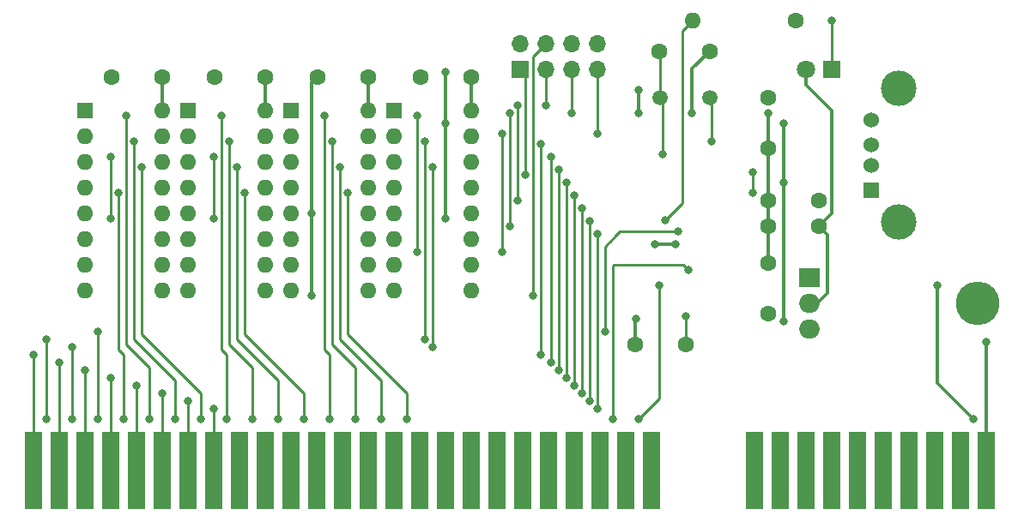
<source format=gbr>
G04 #@! TF.GenerationSoftware,KiCad,Pcbnew,(5.1.8)-1*
G04 #@! TF.CreationDate,2023-04-05T17:01:07-06:00*
G04 #@! TF.ProjectId,CH376S Module,43483337-3653-4204-9d6f-64756c652e6b,rev?*
G04 #@! TF.SameCoordinates,Original*
G04 #@! TF.FileFunction,Copper,L2,Bot*
G04 #@! TF.FilePolarity,Positive*
%FSLAX46Y46*%
G04 Gerber Fmt 4.6, Leading zero omitted, Abs format (unit mm)*
G04 Created by KiCad (PCBNEW (5.1.8)-1) date 2023-04-05 17:01:07*
%MOMM*%
%LPD*%
G01*
G04 APERTURE LIST*
G04 #@! TA.AperFunction,ComponentPad*
%ADD10O,1.600000X1.600000*%
G04 #@! TD*
G04 #@! TA.AperFunction,ComponentPad*
%ADD11R,1.600000X1.600000*%
G04 #@! TD*
G04 #@! TA.AperFunction,ComponentPad*
%ADD12O,1.700000X1.700000*%
G04 #@! TD*
G04 #@! TA.AperFunction,ComponentPad*
%ADD13R,1.700000X1.700000*%
G04 #@! TD*
G04 #@! TA.AperFunction,ComponentPad*
%ADD14C,1.600000*%
G04 #@! TD*
G04 #@! TA.AperFunction,ConnectorPad*
%ADD15R,1.780000X7.620000*%
G04 #@! TD*
G04 #@! TA.AperFunction,ComponentPad*
%ADD16O,2.000000X1.905000*%
G04 #@! TD*
G04 #@! TA.AperFunction,ComponentPad*
%ADD17R,2.000000X1.905000*%
G04 #@! TD*
G04 #@! TA.AperFunction,ComponentPad*
%ADD18O,4.318000X4.318000*%
G04 #@! TD*
G04 #@! TA.AperFunction,ComponentPad*
%ADD19C,1.524000*%
G04 #@! TD*
G04 #@! TA.AperFunction,ComponentPad*
%ADD20R,1.524000X1.524000*%
G04 #@! TD*
G04 #@! TA.AperFunction,ComponentPad*
%ADD21C,3.500000*%
G04 #@! TD*
G04 #@! TA.AperFunction,ComponentPad*
%ADD22C,1.500000*%
G04 #@! TD*
G04 #@! TA.AperFunction,ComponentPad*
%ADD23C,1.800000*%
G04 #@! TD*
G04 #@! TA.AperFunction,ComponentPad*
%ADD24R,1.800000X1.800000*%
G04 #@! TD*
G04 #@! TA.AperFunction,ViaPad*
%ADD25C,0.800000*%
G04 #@! TD*
G04 #@! TA.AperFunction,Conductor*
%ADD26C,0.330200*%
G04 #@! TD*
G04 #@! TA.AperFunction,Conductor*
%ADD27C,0.250000*%
G04 #@! TD*
G04 APERTURE END LIST*
D10*
G04 #@! TO.P,U3,16*
G04 #@! TO.N,/5+*
X149860000Y-109220000D03*
G04 #@! TO.P,U3,8*
G04 #@! TO.N,/GND*
X142240000Y-127000000D03*
G04 #@! TO.P,U3,15*
G04 #@! TO.N,N/C*
X149860000Y-111760000D03*
G04 #@! TO.P,U3,7*
G04 #@! TO.N,/E3*
X142240000Y-124460000D03*
G04 #@! TO.P,U3,14*
G04 #@! TO.N,N/C*
X149860000Y-114300000D03*
G04 #@! TO.P,U3,6*
G04 #@! TO.N,/E2*
X142240000Y-121920000D03*
G04 #@! TO.P,U3,13*
G04 #@! TO.N,N/C*
X149860000Y-116840000D03*
G04 #@! TO.P,U3,5*
G04 #@! TO.N,/E1*
X142240000Y-119380000D03*
G04 #@! TO.P,U3,12*
G04 #@! TO.N,N/C*
X149860000Y-119380000D03*
G04 #@! TO.P,U3,4*
G04 #@! TO.N,/E0*
X142240000Y-116840000D03*
G04 #@! TO.P,U3,11*
G04 #@! TO.N,N/C*
X149860000Y-121920000D03*
G04 #@! TO.P,U3,3*
G04 #@! TO.N,/A1*
X142240000Y-114300000D03*
G04 #@! TO.P,U3,10*
G04 #@! TO.N,N/C*
X149860000Y-124460000D03*
G04 #@! TO.P,U3,2*
G04 #@! TO.N,/A0*
X142240000Y-111760000D03*
G04 #@! TO.P,U3,9*
G04 #@! TO.N,N/C*
X149860000Y-127000000D03*
D11*
G04 #@! TO.P,U3,1*
G04 #@! TO.N,/IO_00EX*
X142240000Y-109220000D03*
G04 #@! TD*
D12*
G04 #@! TO.P,J3,8*
G04 #@! TO.N,/CH376CS*
X162306000Y-102616000D03*
G04 #@! TO.P,J3,7*
G04 #@! TO.N,/E3*
X162306000Y-105156000D03*
G04 #@! TO.P,J3,6*
G04 #@! TO.N,/CH376CS*
X159766000Y-102616000D03*
G04 #@! TO.P,J3,5*
G04 #@! TO.N,/E2*
X159766000Y-105156000D03*
G04 #@! TO.P,J3,4*
G04 #@! TO.N,/CH376CS*
X157226000Y-102616000D03*
G04 #@! TO.P,J3,3*
G04 #@! TO.N,/E1*
X157226000Y-105156000D03*
G04 #@! TO.P,J3,2*
G04 #@! TO.N,/CH376CS*
X154686000Y-102616000D03*
D13*
G04 #@! TO.P,J3,1*
G04 #@! TO.N,/E0*
X154686000Y-105156000D03*
G04 #@! TD*
D14*
G04 #@! TO.P,C3,2*
G04 #@! TO.N,/5+*
X149860000Y-105918000D03*
G04 #@! TO.P,C3,1*
G04 #@! TO.N,/GND*
X144860000Y-105918000D03*
G04 #@! TD*
D10*
G04 #@! TO.P,U15,16*
G04 #@! TO.N,/5+*
X119380000Y-109220000D03*
G04 #@! TO.P,U15,8*
G04 #@! TO.N,/GND*
X111760000Y-127000000D03*
G04 #@! TO.P,U15,15*
G04 #@! TO.N,Net-(U15-Pad15)*
X119380000Y-111760000D03*
G04 #@! TO.P,U15,7*
G04 #@! TO.N,/IO_00EX*
X111760000Y-124460000D03*
G04 #@! TO.P,U15,14*
G04 #@! TO.N,Net-(U15-Pad14)*
X119380000Y-114300000D03*
G04 #@! TO.P,U15,6*
G04 #@! TO.N,/5+*
X111760000Y-121920000D03*
G04 #@! TO.P,U15,13*
G04 #@! TO.N,Net-(U15-Pad13)*
X119380000Y-116840000D03*
G04 #@! TO.P,U15,5*
G04 #@! TO.N,/IO_00XX*
X111760000Y-119380000D03*
G04 #@! TO.P,U15,12*
G04 #@! TO.N,Net-(U15-Pad12)*
X119380000Y-119380000D03*
G04 #@! TO.P,U15,4*
G04 #@! TO.N,/A4*
X111760000Y-116840000D03*
G04 #@! TO.P,U15,11*
G04 #@! TO.N,Net-(U15-Pad11)*
X119380000Y-121920000D03*
G04 #@! TO.P,U15,3*
G04 #@! TO.N,/A7*
X111760000Y-114300000D03*
G04 #@! TO.P,U15,10*
G04 #@! TO.N,Net-(U15-Pad10)*
X119380000Y-124460000D03*
G04 #@! TO.P,U15,2*
G04 #@! TO.N,/A6*
X111760000Y-111760000D03*
G04 #@! TO.P,U15,9*
G04 #@! TO.N,Net-(U15-Pad9)*
X119380000Y-127000000D03*
D11*
G04 #@! TO.P,U15,1*
G04 #@! TO.N,/A5*
X111760000Y-109220000D03*
G04 #@! TD*
D10*
G04 #@! TO.P,U14,16*
G04 #@! TO.N,/5+*
X129540000Y-109220000D03*
G04 #@! TO.P,U14,8*
G04 #@! TO.N,/GND*
X121920000Y-127000000D03*
G04 #@! TO.P,U14,15*
G04 #@! TO.N,/IO_00XX*
X129540000Y-111760000D03*
G04 #@! TO.P,U14,7*
G04 #@! TO.N,Net-(U14-Pad7)*
X121920000Y-124460000D03*
G04 #@! TO.P,U14,14*
G04 #@! TO.N,Net-(U14-Pad14)*
X129540000Y-114300000D03*
G04 #@! TO.P,U14,6*
G04 #@! TO.N,/5+*
X121920000Y-121920000D03*
G04 #@! TO.P,U14,13*
G04 #@! TO.N,/IO_02XX*
X129540000Y-116840000D03*
G04 #@! TO.P,U14,5*
G04 #@! TO.N,/IO_0XXX*
X121920000Y-119380000D03*
G04 #@! TO.P,U14,12*
G04 #@! TO.N,/IO_03XX*
X129540000Y-119380000D03*
G04 #@! TO.P,U14,4*
G04 #@! TO.N,/A11*
X121920000Y-116840000D03*
G04 #@! TO.P,U14,11*
G04 #@! TO.N,/IO_04XX*
X129540000Y-121920000D03*
G04 #@! TO.P,U14,3*
G04 #@! TO.N,/A10*
X121920000Y-114300000D03*
G04 #@! TO.P,U14,10*
G04 #@! TO.N,Net-(U14-Pad10)*
X129540000Y-124460000D03*
G04 #@! TO.P,U14,2*
G04 #@! TO.N,/A9*
X121920000Y-111760000D03*
G04 #@! TO.P,U14,9*
G04 #@! TO.N,Net-(U14-Pad9)*
X129540000Y-127000000D03*
D11*
G04 #@! TO.P,U14,1*
G04 #@! TO.N,/A8*
X121920000Y-109220000D03*
G04 #@! TD*
D10*
G04 #@! TO.P,U13,16*
G04 #@! TO.N,/5+*
X139700000Y-109220000D03*
G04 #@! TO.P,U13,8*
G04 #@! TO.N,/GND*
X132080000Y-127000000D03*
G04 #@! TO.P,U13,15*
G04 #@! TO.N,/IO_0XXX*
X139700000Y-111760000D03*
G04 #@! TO.P,U13,7*
G04 #@! TO.N,Net-(U13-Pad7)*
X132080000Y-124460000D03*
G04 #@! TO.P,U13,14*
G04 #@! TO.N,Net-(U13-Pad14)*
X139700000Y-114300000D03*
G04 #@! TO.P,U13,6*
G04 #@! TO.N,/5+*
X132080000Y-121920000D03*
G04 #@! TO.P,U13,13*
G04 #@! TO.N,Net-(U13-Pad13)*
X139700000Y-116840000D03*
G04 #@! TO.P,U13,5*
G04 #@! TO.N,/GND*
X132080000Y-119380000D03*
G04 #@! TO.P,U13,12*
G04 #@! TO.N,Net-(U13-Pad12)*
X139700000Y-119380000D03*
G04 #@! TO.P,U13,4*
G04 #@! TO.N,/A15*
X132080000Y-116840000D03*
G04 #@! TO.P,U13,11*
G04 #@! TO.N,Net-(U13-Pad11)*
X139700000Y-121920000D03*
G04 #@! TO.P,U13,3*
G04 #@! TO.N,/A14*
X132080000Y-114300000D03*
G04 #@! TO.P,U13,10*
G04 #@! TO.N,Net-(U13-Pad10)*
X139700000Y-124460000D03*
G04 #@! TO.P,U13,2*
G04 #@! TO.N,/A13*
X132080000Y-111760000D03*
G04 #@! TO.P,U13,9*
G04 #@! TO.N,Net-(U13-Pad9)*
X139700000Y-127000000D03*
D11*
G04 #@! TO.P,U13,1*
G04 #@! TO.N,/A12*
X132080000Y-109220000D03*
G04 #@! TD*
D15*
G04 #@! TO.P,J2,10*
G04 #@! TO.N,/EBD0*
X177800000Y-144780000D03*
G04 #@! TO.P,J2,9*
G04 #@! TO.N,/EBD1*
X180340000Y-144780000D03*
G04 #@! TO.P,J2,8*
G04 #@! TO.N,/EBD2*
X182880000Y-144780000D03*
G04 #@! TO.P,J2,7*
G04 #@! TO.N,/EBD3*
X185420000Y-144780000D03*
G04 #@! TO.P,J2,6*
G04 #@! TO.N,/EBD4*
X187960000Y-144780000D03*
G04 #@! TO.P,J2,5*
G04 #@! TO.N,/EBD5*
X190500000Y-144780000D03*
G04 #@! TO.P,J2,4*
G04 #@! TO.N,/EBD6*
X193040000Y-144780000D03*
G04 #@! TO.P,J2,3*
G04 #@! TO.N,/EBD7*
X195580000Y-144780000D03*
G04 #@! TO.P,J2,2*
G04 #@! TO.N,/EIOR*
X198120000Y-144780000D03*
G04 #@! TO.P,J2,1*
G04 #@! TO.N,/5+*
X200660000Y-144780000D03*
G04 #@! TD*
D14*
G04 #@! TO.P,C16,2*
G04 #@! TO.N,/5+*
X119380000Y-105918000D03*
G04 #@! TO.P,C16,1*
G04 #@! TO.N,/GND*
X114380000Y-105918000D03*
G04 #@! TD*
G04 #@! TO.P,C15,2*
G04 #@! TO.N,/5+*
X139700000Y-105918000D03*
G04 #@! TO.P,C15,1*
G04 #@! TO.N,/GND*
X134700000Y-105918000D03*
G04 #@! TD*
G04 #@! TO.P,C14,2*
G04 #@! TO.N,/5+*
X129540000Y-105918000D03*
G04 #@! TO.P,C14,1*
G04 #@! TO.N,/GND*
X124540000Y-105918000D03*
G04 #@! TD*
D15*
G04 #@! TO.P,J1,25*
G04 #@! TO.N,/D0*
X106680000Y-144780000D03*
G04 #@! TO.P,J1,24*
G04 #@! TO.N,/D1*
X109220000Y-144780000D03*
G04 #@! TO.P,J1,23*
G04 #@! TO.N,/D2*
X111760000Y-144780000D03*
G04 #@! TO.P,J1,22*
G04 #@! TO.N,/D3*
X114300000Y-144780000D03*
G04 #@! TO.P,J1,21*
G04 #@! TO.N,/D4*
X116840000Y-144780000D03*
G04 #@! TO.P,J1,20*
G04 #@! TO.N,/D5*
X119380000Y-144780000D03*
G04 #@! TO.P,J1,19*
G04 #@! TO.N,/D6*
X121920000Y-144780000D03*
G04 #@! TO.P,J1,18*
G04 #@! TO.N,/D7*
X124460000Y-144780000D03*
G04 #@! TO.P,J1,17*
G04 #@! TO.N,Net-(J1-Pad17)*
X127000000Y-144780000D03*
G04 #@! TO.P,J1,16*
G04 #@! TO.N,Net-(J1-Pad16)*
X129540000Y-144780000D03*
G04 #@! TO.P,J1,15*
G04 #@! TO.N,Net-(J1-Pad15)*
X132080000Y-144780000D03*
G04 #@! TO.P,J1,14*
G04 #@! TO.N,Net-(J1-Pad14)*
X134620000Y-144780000D03*
G04 #@! TO.P,J1,13*
G04 #@! TO.N,Net-(J1-Pad13)*
X137160000Y-144780000D03*
G04 #@! TO.P,J1,12*
G04 #@! TO.N,Net-(J1-Pad12)*
X139700000Y-144780000D03*
G04 #@! TO.P,J1,11*
G04 #@! TO.N,Net-(J1-Pad11)*
X142240000Y-144780000D03*
G04 #@! TO.P,J1,10*
G04 #@! TO.N,Net-(J1-Pad10)*
X144780000Y-144780000D03*
G04 #@! TO.P,J1,9*
G04 #@! TO.N,Net-(J1-Pad9)*
X147320000Y-144780000D03*
G04 #@! TO.P,J1,8*
G04 #@! TO.N,/IRQ5*
X149860000Y-144780000D03*
G04 #@! TO.P,J1,7*
G04 #@! TO.N,/IRQ4*
X152400000Y-144780000D03*
G04 #@! TO.P,J1,6*
G04 #@! TO.N,/IRQ3*
X154940000Y-144780000D03*
G04 #@! TO.P,J1,5*
G04 #@! TO.N,/IRQ1*
X157480000Y-144780000D03*
G04 #@! TO.P,J1,4*
G04 #@! TO.N,Net-(J1-Pad4)*
X160020000Y-144780000D03*
G04 #@! TO.P,J1,3*
G04 #@! TO.N,Net-(J1-Pad3)*
X162560000Y-144780000D03*
G04 #@! TO.P,J1,2*
G04 #@! TO.N,/SPK_EN*
X165100000Y-144780000D03*
G04 #@! TO.P,J1,1*
G04 #@! TO.N,/SPK_GO*
X167640000Y-144780000D03*
G04 #@! TD*
D16*
G04 #@! TO.P,U2,3*
G04 #@! TO.N,/5+*
X183197500Y-130873500D03*
G04 #@! TO.P,U2,2*
G04 #@! TO.N,/3v3*
X183197500Y-128333500D03*
D17*
G04 #@! TO.P,U2,1*
G04 #@! TO.N,/GND*
X183197500Y-125793500D03*
D18*
G04 #@! TO.P,U2,*
G04 #@! TO.N,*
X199857500Y-128333500D03*
G04 #@! TD*
D14*
G04 #@! TO.P,C5,2*
G04 #@! TO.N,/GND*
X179133500Y-113013500D03*
G04 #@! TO.P,C5,1*
G04 #@! TO.N,/XO*
X179133500Y-108013500D03*
G04 #@! TD*
G04 #@! TO.P,C4,2*
G04 #@! TO.N,/GND*
X173402000Y-103378000D03*
G04 #@! TO.P,C4,1*
G04 #@! TO.N,/XI*
X168402000Y-103378000D03*
G04 #@! TD*
G04 #@! TO.P,C2,2*
G04 #@! TO.N,/GND*
X179133500Y-118173500D03*
G04 #@! TO.P,C2,1*
G04 #@! TO.N,/PIN_9*
X184133500Y-118173500D03*
G04 #@! TD*
G04 #@! TO.P,C1,2*
G04 #@! TO.N,/RST*
X171005500Y-132397500D03*
G04 #@! TO.P,C1,1*
G04 #@! TO.N,/3v3*
X166005500Y-132397500D03*
G04 #@! TD*
D19*
G04 #@! TO.P,USB1,4*
G04 #@! TO.N,/GND*
X189293500Y-110157500D03*
G04 #@! TO.P,USB1,3*
G04 #@! TO.N,/D+*
X189293500Y-112657500D03*
G04 #@! TO.P,USB1,2*
G04 #@! TO.N,/D-*
X189293500Y-114657500D03*
D20*
G04 #@! TO.P,USB1,1*
G04 #@! TO.N,/5+*
X189293500Y-117157500D03*
D21*
G04 #@! TO.P,USB1,5*
G04 #@! TO.N,N/C*
X192003500Y-120227500D03*
X192003500Y-107087500D03*
G04 #@! TD*
D22*
G04 #@! TO.P,Y2,2*
G04 #@! TO.N,/XO*
X173365500Y-108013500D03*
G04 #@! TO.P,Y2,1*
G04 #@! TO.N,/XI*
X168465500Y-108013500D03*
G04 #@! TD*
D10*
G04 #@! TO.P,R2,2*
G04 #@! TO.N,/LED_PIN*
X171704000Y-100330000D03*
D14*
G04 #@! TO.P,R2,1*
G04 #@! TO.N,/LED*
X181864000Y-100330000D03*
G04 #@! TD*
D23*
G04 #@! TO.P,D1,2*
G04 #@! TO.N,/3v3*
X182880000Y-105156000D03*
D24*
G04 #@! TO.P,D1,1*
G04 #@! TO.N,/LED*
X185420000Y-105156000D03*
G04 #@! TD*
D14*
G04 #@! TO.P,C7,2*
G04 #@! TO.N,/GND*
X179133500Y-120713500D03*
G04 #@! TO.P,C7,1*
G04 #@! TO.N,/3v3*
X184133500Y-120713500D03*
G04 #@! TD*
G04 #@! TO.P,C6,2*
G04 #@! TO.N,/GND*
X179133500Y-124349500D03*
G04 #@! TO.P,C6,1*
G04 #@! TO.N,/5+*
X179133500Y-129349500D03*
G04 #@! TD*
D25*
G04 #@! TO.N,/3v3*
X166116000Y-129794000D03*
G04 #@! TO.N,/LED_PIN*
X168973500Y-120078500D03*
G04 #@! TO.N,/GND*
X179133500Y-109537500D03*
X167957500Y-122491488D03*
X169989512Y-122491488D03*
X199390000Y-139700000D03*
X195834000Y-126492000D03*
X171640500Y-109537500D03*
X166370000Y-109537500D03*
X166370000Y-107188000D03*
X134112000Y-127508000D03*
X134112000Y-119380000D03*
G04 #@! TO.N,/D7*
X124460000Y-138684000D03*
X162306000Y-138684000D03*
X162306000Y-121412000D03*
G04 #@! TO.N,/D6*
X121920000Y-137922000D03*
X161544000Y-137922000D03*
X161544000Y-120142000D03*
G04 #@! TO.N,/D5*
X119380000Y-137160000D03*
X160782000Y-137160000D03*
X160782000Y-118872000D03*
G04 #@! TO.N,/D4*
X116840000Y-136398000D03*
X160020000Y-136398000D03*
X160020000Y-117602000D03*
G04 #@! TO.N,/D3*
X114300000Y-135636000D03*
X159258000Y-135636000D03*
X159258000Y-116332000D03*
G04 #@! TO.N,/D2*
X111760000Y-134874000D03*
X158496000Y-134874000D03*
X158496000Y-115062000D03*
G04 #@! TO.N,/D1*
X109220000Y-134112000D03*
X157734000Y-134112000D03*
X157734000Y-113792000D03*
G04 #@! TO.N,/D0*
X106680000Y-133350000D03*
X156718000Y-133350000D03*
X156718000Y-112522000D03*
G04 #@! TO.N,/D+*
X177609500Y-117411500D03*
X177609500Y-115379500D03*
G04 #@! TO.N,/A0*
X107950000Y-139700000D03*
X107950000Y-131826000D03*
X145288000Y-131826000D03*
X145288000Y-112268000D03*
G04 #@! TO.N,/5+*
X180657500Y-110553500D03*
X180657500Y-130111500D03*
X180657500Y-116395500D03*
X200660000Y-132080000D03*
X147320000Y-110553500D03*
X147320000Y-105410000D03*
X147320000Y-119888000D03*
G04 #@! TO.N,/LED*
X185420000Y-100330000D03*
G04 #@! TO.N,/XO*
X173545500Y-112331500D03*
G04 #@! TO.N,/XI*
X168719500Y-113601500D03*
G04 #@! TO.N,/RST*
X171005500Y-129603500D03*
G04 #@! TO.N,/A1*
X110490000Y-139700000D03*
X110490000Y-132588000D03*
X146050000Y-132588000D03*
X146050000Y-114808000D03*
G04 #@! TO.N,/A2*
X170243500Y-121221494D03*
X113030000Y-139700000D03*
X113030000Y-131064000D03*
X163068000Y-131064000D03*
G04 #@! TO.N,/A4*
X115570000Y-139700000D03*
X115062000Y-117348000D03*
G04 #@! TO.N,/A5*
X118110000Y-139700000D03*
X115824000Y-109728000D03*
G04 #@! TO.N,/A6*
X120650000Y-139700000D03*
X116586000Y-112268000D03*
G04 #@! TO.N,/A7*
X123190000Y-139700000D03*
X117348000Y-114808000D03*
G04 #@! TO.N,/A8*
X125730000Y-139700000D03*
X125222000Y-109728000D03*
G04 #@! TO.N,/A9*
X128270000Y-139700000D03*
X125984000Y-112268000D03*
G04 #@! TO.N,/A10*
X130810000Y-139700000D03*
X126746000Y-114808000D03*
G04 #@! TO.N,/A11*
X133350000Y-139700000D03*
X127508000Y-117348000D03*
G04 #@! TO.N,/A12*
X135890000Y-139700000D03*
X135382000Y-109728000D03*
G04 #@! TO.N,/A13*
X138430000Y-139700000D03*
X136144000Y-112268000D03*
G04 #@! TO.N,/A14*
X140970000Y-139700000D03*
X136906000Y-114808000D03*
G04 #@! TO.N,/A15*
X143510000Y-139700000D03*
X137668000Y-117348000D03*
G04 #@! TO.N,/IORD*
X171259500Y-125031500D03*
X163830000Y-139700000D03*
G04 #@! TO.N,/IOWR*
X166370000Y-139700000D03*
X168402000Y-126492000D03*
G04 #@! TO.N,/IO_0XXX*
X124460000Y-119888000D03*
X124460000Y-113792000D03*
G04 #@! TO.N,/IO_00XX*
X114300000Y-119888000D03*
X114300000Y-113792000D03*
G04 #@! TO.N,/IO_00EX*
X144526000Y-123190000D03*
X144526000Y-109728000D03*
G04 #@! TO.N,/CH376CS*
X155956000Y-127508000D03*
G04 #@! TO.N,/E3*
X162306000Y-111506000D03*
X152908000Y-111506000D03*
X152908000Y-123190000D03*
G04 #@! TO.N,/E2*
X159766000Y-109474000D03*
X153670000Y-109474000D03*
X153670000Y-120650000D03*
G04 #@! TO.N,/E1*
X157226000Y-108712000D03*
X154432000Y-108712000D03*
X154432000Y-118110000D03*
G04 #@! TO.N,/E0*
X155194000Y-115570000D03*
G04 #@! TD*
D26*
G04 #@! TO.N,/3v3*
X184975500Y-121555500D02*
X184133500Y-120713500D01*
X184975500Y-127317500D02*
X184975500Y-121555500D01*
X183959500Y-128333500D02*
X184975500Y-127317500D01*
X183197500Y-128333500D02*
X183959500Y-128333500D01*
X166005500Y-129904500D02*
X166116000Y-129794000D01*
X166005500Y-132397500D02*
X166005500Y-129904500D01*
X185420000Y-119427000D02*
X184133500Y-120713500D01*
X185420000Y-109220000D02*
X185420000Y-119427000D01*
X182880000Y-106680000D02*
X185420000Y-109220000D01*
X182880000Y-105156000D02*
X182880000Y-106680000D01*
D27*
G04 #@! TO.N,/LED_PIN*
X170688000Y-101346000D02*
X171704000Y-100330000D01*
X170688000Y-118364000D02*
X170688000Y-101346000D01*
X168973500Y-120078500D02*
X170688000Y-118364000D01*
D26*
G04 #@! TO.N,/GND*
X179133500Y-118173500D02*
X179133500Y-113013500D01*
X179133500Y-124349500D02*
X179133500Y-120713500D01*
X179133500Y-120713500D02*
X179133500Y-118173500D01*
X179133500Y-113013500D02*
X179133500Y-109537500D01*
X169989512Y-122491488D02*
X167957500Y-122491488D01*
X199390000Y-139700000D02*
X195834000Y-136144000D01*
X195834000Y-136144000D02*
X195834000Y-126492000D01*
X166370000Y-107188000D02*
X166370000Y-109537500D01*
X134112000Y-106506000D02*
X134700000Y-105918000D01*
X134112000Y-127508000D02*
X134112000Y-119380000D01*
X134112000Y-119380000D02*
X134112000Y-106506000D01*
X171640500Y-105139500D02*
X173402000Y-103378000D01*
X171640500Y-109537500D02*
X171640500Y-105139500D01*
D27*
G04 #@! TO.N,/D7*
X124460000Y-144780000D02*
X124460000Y-138684000D01*
X162306000Y-138684000D02*
X162306000Y-121412000D01*
G04 #@! TO.N,/D6*
X121920000Y-144780000D02*
X121920000Y-137922000D01*
X161544000Y-137922000D02*
X161544000Y-120142000D01*
G04 #@! TO.N,/D5*
X119380000Y-144780000D02*
X119380000Y-137160000D01*
X160782000Y-137160000D02*
X160782000Y-118872000D01*
G04 #@! TO.N,/D4*
X116840000Y-144780000D02*
X116840000Y-136398000D01*
X160020000Y-136398000D02*
X160020000Y-117602000D01*
G04 #@! TO.N,/D3*
X114300000Y-144780000D02*
X114300000Y-135636000D01*
X159258000Y-135636000D02*
X159258000Y-116332000D01*
G04 #@! TO.N,/D2*
X111760000Y-144780000D02*
X111760000Y-134874000D01*
X158496000Y-134874000D02*
X158496000Y-115062000D01*
G04 #@! TO.N,/D1*
X109220000Y-144780000D02*
X109220000Y-134112000D01*
X157734000Y-134112000D02*
X157734000Y-113792000D01*
G04 #@! TO.N,/D0*
X106680000Y-144780000D02*
X106680000Y-133350000D01*
X156718000Y-133350000D02*
X156718000Y-112522000D01*
G04 #@! TO.N,/D+*
X177609500Y-115379500D02*
X177609500Y-117411500D01*
G04 #@! TO.N,/A0*
X107950000Y-139700000D02*
X107950000Y-131826000D01*
X145288000Y-131826000D02*
X145288000Y-112268000D01*
D26*
G04 #@! TO.N,/5+*
X180657500Y-110553500D02*
X180657500Y-116395500D01*
X180657500Y-116395500D02*
X180657500Y-130111500D01*
X200660000Y-144780000D02*
X200660000Y-132080000D01*
X149860000Y-105918000D02*
X149860000Y-109220000D01*
X139700000Y-105918000D02*
X139700000Y-109220000D01*
X147320000Y-110553500D02*
X147320000Y-105410000D01*
X119380000Y-105918000D02*
X119380000Y-109220000D01*
X129540000Y-105918000D02*
X129540000Y-109220000D01*
X147320000Y-119888000D02*
X147320000Y-110553500D01*
D27*
G04 #@! TO.N,/LED*
X185420000Y-100330000D02*
X185420000Y-105156000D01*
G04 #@! TO.N,/XO*
X173545500Y-108193500D02*
X173365500Y-108013500D01*
X173545500Y-112331500D02*
X173545500Y-108193500D01*
G04 #@! TO.N,/XI*
X168719500Y-108267500D02*
X168465500Y-108013500D01*
X168719500Y-113601500D02*
X168719500Y-108267500D01*
X168465500Y-103441500D02*
X168402000Y-103378000D01*
X168465500Y-108013500D02*
X168465500Y-103441500D01*
G04 #@! TO.N,/RST*
X171005500Y-132397500D02*
X171005500Y-129603500D01*
G04 #@! TO.N,/A1*
X110490000Y-139700000D02*
X110490000Y-132588000D01*
X146050000Y-132588000D02*
X146050000Y-114808000D01*
G04 #@! TO.N,/A2*
X164528506Y-121221494D02*
X170243500Y-121221494D01*
X113030000Y-139700000D02*
X113030000Y-131064000D01*
X163068000Y-122682000D02*
X164211000Y-121539000D01*
X163068000Y-131064000D02*
X163068000Y-122682000D01*
X164211000Y-121539000D02*
X164528506Y-121221494D01*
X163576000Y-122174000D02*
X164211000Y-121539000D01*
G04 #@! TO.N,/A4*
X115570000Y-139700000D02*
X115570000Y-133350000D01*
X115570000Y-133350000D02*
X115062000Y-132842000D01*
X115062000Y-132842000D02*
X115062000Y-117348000D01*
G04 #@! TO.N,/A5*
X115824000Y-132334000D02*
X115824000Y-109728000D01*
X118110000Y-134620000D02*
X115824000Y-132334000D01*
X118110000Y-139700000D02*
X118110000Y-134620000D01*
G04 #@! TO.N,/A6*
X120650000Y-139700000D02*
X120650000Y-135890000D01*
X120650000Y-135890000D02*
X116586000Y-131826000D01*
X116586000Y-131826000D02*
X116586000Y-112268000D01*
G04 #@! TO.N,/A7*
X123190000Y-137160000D02*
X123190000Y-139700000D01*
X117348000Y-131318000D02*
X123190000Y-137160000D01*
X117348000Y-114808000D02*
X117348000Y-131318000D01*
G04 #@! TO.N,/A8*
X125222000Y-132842000D02*
X125222000Y-109728000D01*
X125730000Y-133350000D02*
X125222000Y-132842000D01*
X125730000Y-139700000D02*
X125730000Y-133350000D01*
G04 #@! TO.N,/A9*
X125984000Y-132334000D02*
X125984000Y-128270000D01*
X128270000Y-134620000D02*
X125984000Y-132334000D01*
X128270000Y-139700000D02*
X128270000Y-134620000D01*
X125984000Y-128270000D02*
X125984000Y-112268000D01*
G04 #@! TO.N,/A10*
X126746000Y-131826000D02*
X126746000Y-128270000D01*
X130810000Y-139700000D02*
X130810000Y-135890000D01*
X130810000Y-135890000D02*
X126746000Y-131826000D01*
X126746000Y-128270000D02*
X126746000Y-114808000D01*
G04 #@! TO.N,/A11*
X133350000Y-137160000D02*
X127508000Y-131318000D01*
X133350000Y-139700000D02*
X133350000Y-137160000D01*
X127508000Y-131318000D02*
X127508000Y-117348000D01*
G04 #@! TO.N,/A12*
X135890000Y-139700000D02*
X135890000Y-133350000D01*
X135890000Y-133350000D02*
X135382000Y-132842000D01*
X135382000Y-132842000D02*
X135382000Y-128270000D01*
X135382000Y-128270000D02*
X135382000Y-109728000D01*
G04 #@! TO.N,/A13*
X138430000Y-134620000D02*
X136144000Y-132334000D01*
X138430000Y-139700000D02*
X138430000Y-134620000D01*
X136144000Y-132334000D02*
X136144000Y-128270000D01*
X136144000Y-128270000D02*
X136144000Y-112268000D01*
G04 #@! TO.N,/A14*
X136906000Y-131826000D02*
X136906000Y-128270000D01*
X140970000Y-139700000D02*
X140970000Y-135890000D01*
X140970000Y-135890000D02*
X136906000Y-131826000D01*
X136906000Y-128270000D02*
X136906000Y-114808000D01*
G04 #@! TO.N,/A15*
X143510000Y-139700000D02*
X143510000Y-137160000D01*
X143510000Y-137160000D02*
X137668000Y-131318000D01*
X137668000Y-131318000D02*
X137668000Y-117348000D01*
G04 #@! TO.N,/IORD*
X170751500Y-124523500D02*
X171259500Y-125031500D01*
X163830000Y-124587000D02*
X163893500Y-124523500D01*
X163830000Y-139700000D02*
X163830000Y-124587000D01*
X163893500Y-124523500D02*
X170751500Y-124523500D01*
G04 #@! TO.N,/IOWR*
X166370000Y-139700000D02*
X168402000Y-137668000D01*
X168402000Y-137668000D02*
X168402000Y-126492000D01*
G04 #@! TO.N,/IO_0XXX*
X124460000Y-119888000D02*
X124460000Y-113792000D01*
X124460000Y-113792000D02*
X124460000Y-113792000D01*
G04 #@! TO.N,/IO_00XX*
X114300000Y-119888000D02*
X114300000Y-113792000D01*
G04 #@! TO.N,/IO_00EX*
X144526000Y-123190000D02*
X144526000Y-109728000D01*
G04 #@! TO.N,/CH376CS*
X155956000Y-103886000D02*
X157226000Y-102616000D01*
X155956000Y-127508000D02*
X155956000Y-103886000D01*
G04 #@! TO.N,/E3*
X162306000Y-105156000D02*
X162306000Y-111506000D01*
X152908000Y-111506000D02*
X152908000Y-123190000D01*
G04 #@! TO.N,/E2*
X159766000Y-105156000D02*
X159766000Y-109474000D01*
X153670000Y-109474000D02*
X153670000Y-120650000D01*
G04 #@! TO.N,/E1*
X157226000Y-105156000D02*
X157226000Y-108712000D01*
X154432000Y-108712000D02*
X154432000Y-118110000D01*
G04 #@! TO.N,/E0*
X155194000Y-105664000D02*
X155194000Y-115570000D01*
X154686000Y-105156000D02*
X155194000Y-105664000D01*
G04 #@! TD*
M02*

</source>
